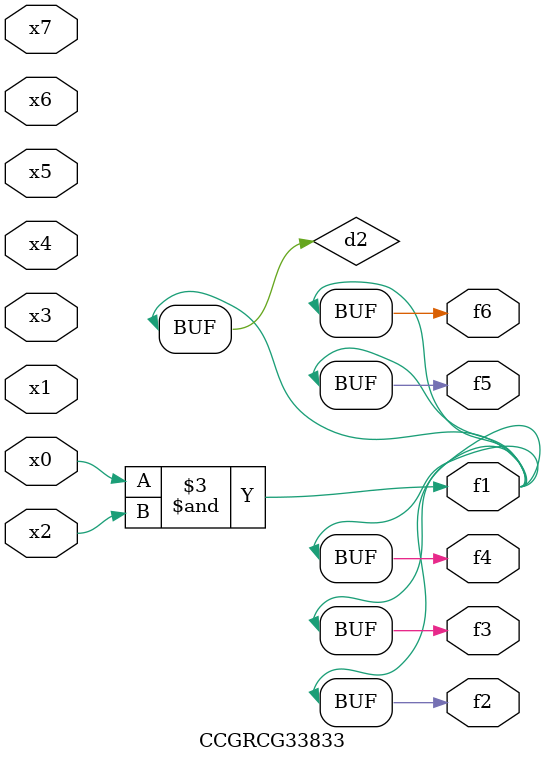
<source format=v>
module CCGRCG33833(
	input x0, x1, x2, x3, x4, x5, x6, x7,
	output f1, f2, f3, f4, f5, f6
);

	wire d1, d2;

	nor (d1, x3, x6);
	and (d2, x0, x2);
	assign f1 = d2;
	assign f2 = d2;
	assign f3 = d2;
	assign f4 = d2;
	assign f5 = d2;
	assign f6 = d2;
endmodule

</source>
